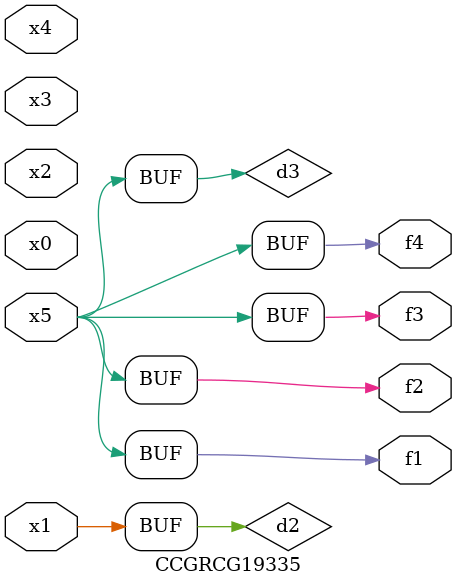
<source format=v>
module CCGRCG19335(
	input x0, x1, x2, x3, x4, x5,
	output f1, f2, f3, f4
);

	wire d1, d2, d3;

	not (d1, x5);
	or (d2, x1);
	xnor (d3, d1);
	assign f1 = d3;
	assign f2 = d3;
	assign f3 = d3;
	assign f4 = d3;
endmodule

</source>
